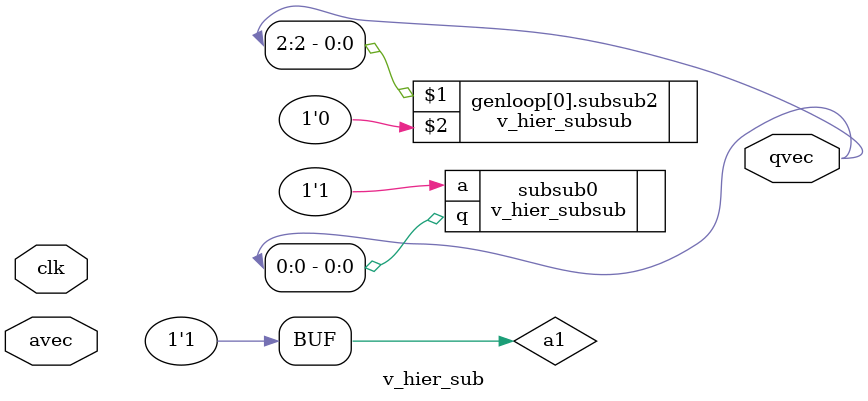
<source format=v>
`line 1 "verilog/v_hier_sub.v" 0

module v_hier_sub (/*AUTOARG*/
   input clk,
   input [3:0] avec,	// Comment for v_hier_sub, avec
   output [3:0] qvec	/* Comment for v_hier_sub, qvec */
   );

   parameter FROM_DEFPARAM = 1;

   supply1 	a1;

   v_hier_subsub #(
		   .IGNORED('sh20)
		   )
     \subsub0 (
	      // Outputs
	      .q		(qvec[0]),
	      // Inputs
	      .a		(a1));  // Comment for subsub cell


   generate
      genvar 	K, K_UNUSED;
      for (K=0; K<1; K=K+1) begin : genloop
	 // By pin position, inside generate
	 v_hier_subsub subsub2 (qvec[2], 1'b0);
      end
   endgenerate

   function foo;
      (* attribute *)
      /* synopsys metacommenttest */
      input not_part_of_pinlist;
      foo = not_part_of_pinlist;
   endfunction

endmodule

</source>
